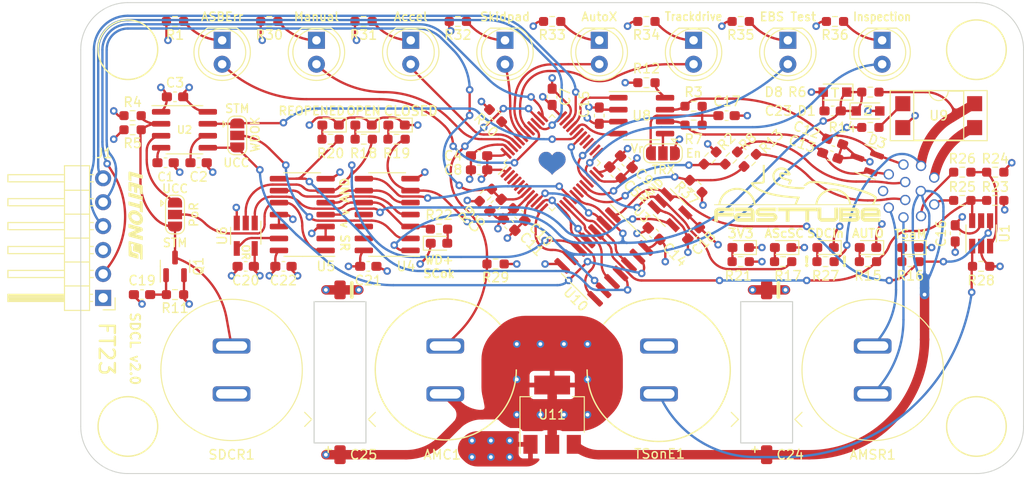
<source format=kicad_pcb>
(kicad_pcb (version 20211014) (generator pcbnew)

  (general
    (thickness 1.6)
  )

  (paper "A4")
  (layers
    (0 "F.Cu" signal)
    (1 "In1.Cu" power "GND.Cu")
    (2 "In2.Cu" power "3V3.Cu")
    (31 "B.Cu" signal)
    (33 "F.Adhes" user "F.Adhesive")
    (35 "F.Paste" user)
    (37 "F.SilkS" user "F.Silkscreen")
    (38 "B.Mask" user)
    (39 "F.Mask" user)
    (40 "Dwgs.User" user "User.Drawings")
    (41 "Cmts.User" user "User.Comments")
    (42 "Eco1.User" user "User.Eco1")
    (43 "Eco2.User" user "User.Eco2")
    (44 "Edge.Cuts" user)
    (45 "Margin" user)
    (46 "B.CrtYd" user "B.Courtyard")
    (47 "F.CrtYd" user "F.Courtyard")
    (49 "F.Fab" user)
  )

  (setup
    (stackup
      (layer "F.SilkS" (type "Top Silk Screen"))
      (layer "F.Paste" (type "Top Solder Paste"))
      (layer "F.Mask" (type "Top Solder Mask") (thickness 0.01))
      (layer "F.Cu" (type "copper") (thickness 0.035))
      (layer "dielectric 1" (type "core") (thickness 0.48) (material "FR4") (epsilon_r 4.5) (loss_tangent 0.02))
      (layer "In1.Cu" (type "copper") (thickness 0.035))
      (layer "dielectric 2" (type "prepreg") (thickness 0.48) (material "FR4") (epsilon_r 4.5) (loss_tangent 0.02))
      (layer "In2.Cu" (type "copper") (thickness 0.035))
      (layer "dielectric 3" (type "core") (thickness 0.48) (material "FR4") (epsilon_r 4.5) (loss_tangent 0.02))
      (layer "B.Cu" (type "copper") (thickness 0.035))
      (layer "B.Mask" (type "Bottom Solder Mask") (thickness 0.01))
      (copper_finish "None")
      (dielectric_constraints no)
    )
    (pad_to_mask_clearance 0)
    (pcbplotparams
      (layerselection 0x00010e0_ffffffff)
      (disableapertmacros false)
      (usegerberextensions false)
      (usegerberattributes true)
      (usegerberadvancedattributes true)
      (creategerberjobfile true)
      (svguseinch false)
      (svgprecision 6)
      (excludeedgelayer true)
      (plotframeref false)
      (viasonmask false)
      (mode 1)
      (useauxorigin false)
      (hpglpennumber 1)
      (hpglpenspeed 20)
      (hpglpendiameter 15.000000)
      (dxfpolygonmode true)
      (dxfimperialunits true)
      (dxfusepcbnewfont true)
      (psnegative false)
      (psa4output false)
      (plotreference true)
      (plotvalue true)
      (plotinvisibletext false)
      (sketchpadsonfab false)
      (subtractmaskfromsilk false)
      (outputformat 1)
      (mirror false)
      (drillshape 0)
      (scaleselection 1)
      (outputdirectory "export/")
    )
  )

  (net 0 "")
  (net 1 "GND")
  (net 2 "NRST")
  (net 3 "+12V")
  (net 4 "AMC")
  (net 5 "TRACESWO")
  (net 6 "SWDIO")
  (net 7 "SWCLK")
  (net 8 "Net-(R12-Pad1)")
  (net 9 "AMSRin")
  (net 10 "AMSRout")
  (net 11 "+3.3V")
  (net 12 "/CAN TRX/CAN_H")
  (net 13 "/CAN TRX/CAN_L")
  (net 14 "Net-(C19-Pad1)")
  (net 15 "/Connections/SDC_in_3V3")
  (net 16 "Net-(D2-Pad1)")
  (net 17 "Net-(D4-Pad2)")
  (net 18 "/Backup AMI/AMI0")
  (net 19 "Net-(D15-Pad1)")
  (net 20 "/Backup AMI/AMI1")
  (net 21 "Net-(D16-Pad1)")
  (net 22 "/Backup AMI/AMI2")
  (net 23 "Net-(D17-Pad1)")
  (net 24 "/Backup AMI/AMI3")
  (net 25 "Net-(D18-Pad1)")
  (net 26 "/Backup AMI/AMI4")
  (net 27 "Net-(D19-Pad1)")
  (net 28 "/Backup AMI/AMI5")
  (net 29 "Net-(D20-Pad1)")
  (net 30 "/Backup AMI/AMI6")
  (net 31 "Net-(J2-Pad1)")
  (net 32 "Net-(J2-Pad9)")
  (net 33 "Net-(R14-Pad2)")
  (net 34 "Net-(D5-Pad2)")
  (net 35 "Net-(D6-Pad2)")
  (net 36 "Net-(D7-Pad2)")
  (net 37 "Net-(D9-Pad2)")
  (net 38 "Net-(D10-Pad2)")
  (net 39 "Net-(D11-Pad2)")
  (net 40 "Net-(D12-Pad2)")
  (net 41 "Net-(D13-Pad2)")
  (net 42 "/Non-Programmable Logic/~{WDO}")
  (net 43 "/Non-Programmable Logic/RP")
  (net 44 "/Non-Programmable Logic/WP")
  (net 45 "/Controller/TS_activate_MUXed")
  (net 46 "/Non-Programmable Logic/close_while_allowed")
  (net 47 "/Non-Programmable Logic/~{reset_all}")
  (net 48 "/Non-Programmable Logic/closing_allowed")
  (net 49 "/Non-Programmable Logic/~{reopen}")
  (net 50 "/Non-Programmable Logic/WD_and_SDCin_ok")
  (net 51 "/Non-Programmable Logic/~{try_close}")
  (net 52 "Net-(J2-Pad11)")
  (net 53 "Net-(J2-Pad12)")
  (net 54 "Net-(JPPoR1-Pad1)")
  (net 55 "/Connections/SDC_out")
  (net 56 "/Connections/SDC_in")
  (net 57 "/Connections/TS_activate_dash")
  (net 58 "/Controller/Watchdog")
  (net 59 "WD_OK")
  (net 60 "/CAN TRX/CAN_TX")
  (net 61 "/CAN TRX/CAN_RX")
  (net 62 "Net-(D14-Pad1)")
  (net 63 "/Connections/ASMS")
  (net 64 "/Buttons/~{SDC_reset}")
  (net 65 "/Controller/AS_close_SDC")
  (net 66 "CLOSED")
  (net 67 "INITIAL_OPEN")
  (net 68 "REOPENED")
  (net 69 "/Buttons/TS_activate_ext")
  (net 70 "/Controller/SDC_is_ready")
  (net 71 "unconnected-(U7-Pad3)")
  (net 72 "unconnected-(U7-Pad4)")
  (net 73 "unconnected-(U7-Pad5)")
  (net 74 "Net-(U10-Pad2)")
  (net 75 "Net-(U10-Pad4)")
  (net 76 "Net-(U10-Pad6)")
  (net 77 "Net-(U10-Pad8)")
  (net 78 "Net-(U10-Pad10)")
  (net 79 "Net-(U10-Pad12)")
  (net 80 "unconnected-(U7-Pad18)")
  (net 81 "unconnected-(U7-Pad25)")
  (net 82 "unconnected-(U7-Pad26)")
  (net 83 "unconnected-(U7-Pad27)")
  (net 84 "unconnected-(U7-Pad28)")
  (net 85 "/CAN TRX/Vref")
  (net 86 "Net-(JP1-Pad2)")
  (net 87 "unconnected-(U4-Pad11)")
  (net 88 "unconnected-(U4-Pad12)")
  (net 89 "unconnected-(U4-Pad13)")
  (net 90 "LV_SENSE_2")
  (net 91 "LV_SENSE_1")
  (net 92 "unconnected-(U7-Pad29)")
  (net 93 "unconnected-(U7-Pad6)")
  (net 94 "/Controller/asb_error")
  (net 95 "Net-(R10-Pad1)")
  (net 96 "unconnected-(U7-Pad2)")

  (footprint "Capacitor_SMD:C_0603_1608Metric_Pad1.08x0.95mm_HandSolder" (layer "F.Cu") (at 109 67))

  (footprint "Capacitor_SMD:C_0603_1608Metric_Pad1.08x0.95mm_HandSolder" (layer "F.Cu") (at 112.5 67))

  (footprint "Capacitor_SMD:C_0603_1608Metric_Pad1.08x0.95mm_HandSolder" (layer "F.Cu") (at 110 60 180))

  (footprint "Capacitor_SMD:C_0603_1608Metric_Pad1.08x0.95mm_HandSolder" (layer "F.Cu") (at 142.25 66.25 180))

  (footprint "Capacitor_SMD:C_0603_1608Metric_Pad1.08x0.95mm_HandSolder" (layer "F.Cu") (at 156.717515 68.06066 -45))

  (footprint "Capacitor_SMD:C_0603_1608Metric_Pad1.08x0.95mm_HandSolder" (layer "F.Cu") (at 144 71.5 -135))

  (footprint "Capacitor_SMD:C_0603_1608Metric_Pad1.08x0.95mm_HandSolder" (layer "F.Cu") (at 150 60 90))

  (footprint "Capacitor_SMD:C_0603_1608Metric_Pad1.08x0.95mm_HandSolder" (layer "F.Cu") (at 142.25 67.75 180))

  (footprint "Capacitor_SMD:C_0603_1608Metric_Pad1.08x0.95mm_HandSolder" (layer "F.Cu") (at 157.867538 66.897577 -45))

  (footprint "Capacitor_SMD:C_0603_1608Metric_Pad1.08x0.95mm_HandSolder" (layer "F.Cu") (at 146.5 72.5 135))

  (footprint "Capacitor_SMD:C_0603_1608Metric_Pad1.08x0.95mm_HandSolder" (layer "F.Cu") (at 145.43934 73.56066 135))

  (footprint "Capacitor_SMD:C_0603_1608Metric_Pad1.08x0.95mm_HandSolder" (layer "F.Cu") (at 180 64.75 -20))

  (footprint "Capacitor_SMD:C_0603_1608Metric_Pad1.08x0.95mm_HandSolder" (layer "F.Cu") (at 179.5 66.25 160))

  (footprint "Package_TO_SOT_SMD:SOT-23-5_HandSoldering" (layer "F.Cu") (at 162.5 72 -45))

  (footprint "Capacitor_SMD:C_0603_1608Metric_Pad1.08x0.95mm_HandSolder" (layer "F.Cu") (at 155 62 90))

  (footprint "Package_TO_SOT_SMD:SOT-23-5_HandSoldering" (layer "F.Cu") (at 117.5 74.75 -90))

  (footprint "Resistor_SMD:R_0603_1608Metric_Pad0.98x0.95mm_HandSolder" (layer "F.Cu") (at 105.5 62))

  (footprint "Resistor_SMD:R_0603_1608Metric_Pad0.98x0.95mm_HandSolder" (layer "F.Cu") (at 105.5 63.5 180))

  (footprint "Resistor_SMD:R_0603_1608Metric_Pad0.98x0.95mm_HandSolder" (layer "F.Cu") (at 183.75 59.5 180))

  (footprint "Resistor_SMD:R_0603_1608Metric_Pad0.98x0.95mm_HandSolder" (layer "F.Cu") (at 142.93934 70.43934 45))

  (footprint "Resistor_SMD:R_0603_1608Metric_Pad0.98x0.95mm_HandSolder" (layer "F.Cu") (at 144 62 135))

  (footprint "Resistor_SMD:R_0603_1608Metric_Pad0.98x0.95mm_HandSolder" (layer "F.Cu") (at 160 58.5 180))

  (footprint "Package_TO_SOT_SMD:SOT-23-6_Handsoldering" (layer "F.Cu") (at 195.5 74.5 90))

  (footprint "Package_SO:SOIC-8_3.9x4.9mm_P1.27mm" (layer "F.Cu") (at 111 63.5))

  (footprint "Package_SO:SOIC-14_3.9x8.7mm_P1.27mm" (layer "F.Cu") (at 132.5 72.5 180))

  (footprint "Package_SO:SOIC-14_3.9x8.7mm_P1.27mm" (layer "F.Cu") (at 123.5 72.503922 180))

  (footprint "Package_QFP:LQFP-48_7x7mm_P0.5mm" (layer "F.Cu") (at 150 67 45))

  (footprint "Package_SO:SOIC-8_3.9x4.9mm_P1.27mm" (layer "F.Cu") (at 159.5 62))

  (footprint "Resistor_SMD:R_0603_1608Metric_Pad0.98x0.95mm_HandSolder" (layer "F.Cu") (at 183.75 63.25))

  (footprint "Package_DIP:DIP-4_W7.62mm_SMDSocket_SmallPads" (layer "F.Cu") (at 191 62))

  (footprint "Capacitor_SMD:C_0603_1608Metric_Pad1.08x0.95mm_HandSolder" (layer "F.Cu") (at 192.75 74.5 90))

  (footprint "Capacitor_SMD:C_0603_1608Metric_Pad1.08x0.95mm_HandSolder" (layer "F.Cu") (at 165 74.5 45))

  (footprint "Capacitor_SMD:C_0603_1608Metric_Pad1.08x0.95mm_HandSolder" (layer "F.Cu") (at 117.5 78))

  (footprint "Capacitor_SMD:C_0603_1608Metric_Pad1.08x0.95mm_HandSolder" (layer "F.Cu") (at 130.5 78 180))

  (footprint "Capacitor_SMD:C_0603_1608Metric_Pad1.08x0.95mm_HandSolder" (layer "F.Cu") (at 121.5 78 180))

  (footprint "Diode_SMD:D_0603_1608Metric_Pad1.05x0.95mm_HandSolder" (layer "F.Cu") (at 183.5 76 180))

  (footprint "Diode_SMD:D_0603_1608Metric_Pad1.05x0.95mm_HandSolder" (layer "F.Cu") (at 188 76 180))

  (footprint "Diode_SMD:D_0603_1608Metric_Pad1.05x0.95mm_HandSolder" (layer "F.Cu") (at 174.5 76 180))

  (footprint "Diode_SMD:D_0603_1608Metric_Pad1.05x0.95mm_HandSolder" (layer "F.Cu") (at 130 63 180))

  (footprint "Diode_SMD:D_0603_1608Metric_Pad1.05x0.95mm_HandSolder" (layer "F.Cu") (at 133.5 63 180))

  (footprint "Diode_SMD:D_0603_1608Metric_Pad1.05x0.95mm_HandSolder" (layer "F.Cu") (at 126.5 63 180))

  (footprint "Diode_SMD:D_0603_1608Metric_Pad1.05x0.95mm_HandSolder" (layer "F.Cu") (at 170 76 180))

  (footprint "Resistor_SMD:R_0603_1608Metric_Pad0.98x0.95mm_HandSolder" (layer "F.Cu") (at 183.5 77.5 180))

  (footprint "Resistor_SMD:R_0603_1608Metric_Pad0.98x0.95mm_HandSolder" (layer "F.Cu") (at 188 77.5))

  (footprint "Diode_SMD:D_0603_1608Metric_Pad1.05x0.95mm_HandSolder" (layer "F.Cu") (at 138 75.545))

  (footprint "Resistor_SMD:R_0603_1608Metric_Pad0.98x0.95mm_HandSolder" (layer "F.Cu") (at 174.5 77.5 180))

  (footprint "Resistor_SMD:R_0603_1608Metric_Pad0.98x0.95mm_HandSolder" (layer "F.Cu") (at 130.016666 64.5 180))

  (footprint "Resistor_SMD:R_0603_1608Metric_Pad0.98x0.95mm_HandSolder" (layer "F.Cu") (at 133.5 64.5 180))

  (footprint "Resistor_SMD:R_0603_1608Metric_Pad0.98x0.95mm_HandSolder" (layer "F.Cu") (at 126.5 64.5 180))

  (footprint "Resistor_SMD:R_0603_1608Metric_Pad0.98x0.95mm_HandSolder" (layer "F.Cu") (at 170 77.5 180))

  (footprint "Resistor_SMD:R_0603_1608Metric_Pad0.98x0.95mm_HandSolder" (layer "F.Cu") (at 138 74.045 180))

  (footprint "Capacitor_SMD:C_0603_1608Metric_Pad1.08x0.95mm_HandSolder" (layer "F.Cu") (at 179.75 61.5))

  (footprint "Diode_SMD:D_SOD-323_HandSoldering" (layer "F.Cu") (at 180 59.5 180))

  (footprint "MountingHole:MountingHole_3.2mm_M3" (layer "F.Cu")
    (tedit 56D1B4CB) (tstamp 00000000-0000-0000-0000-000061bee488)
    (at 105 55 180)
    (descr "Mounting Hole 3.2mm, no annular, M3")
    (tags "mounting hole 3.2mm no annular m3")
    (property "Sheetfile" "connections.kicad_sch")
    (property "Sheetname" "Connections")
    (path "/00000000-0000-0000-0000-000061bba8ea/00000000-0000-0000-0000-000061bd2819")
    (attr exclude_from_pos_files)
    (fp_text reference "H1" (at 0 -4.2) (layer "F.SilkS") hide
      (effects (font (size 1 1) (thickness 0.15)))
      (tstamp 47fadd5d-e63f-4824-9b10-de5d2fb6df9a)
    )
    (fp_text value "MountingHole" (at 0 4.2) (layer "F.Fab")
      (effects (font (size 1 1) (thickness 0.15)))
      (tstamp 1c823e0b-a9cf-4241-96e0-8c775a87c35a)

... [1280550 chars truncated]
</source>
